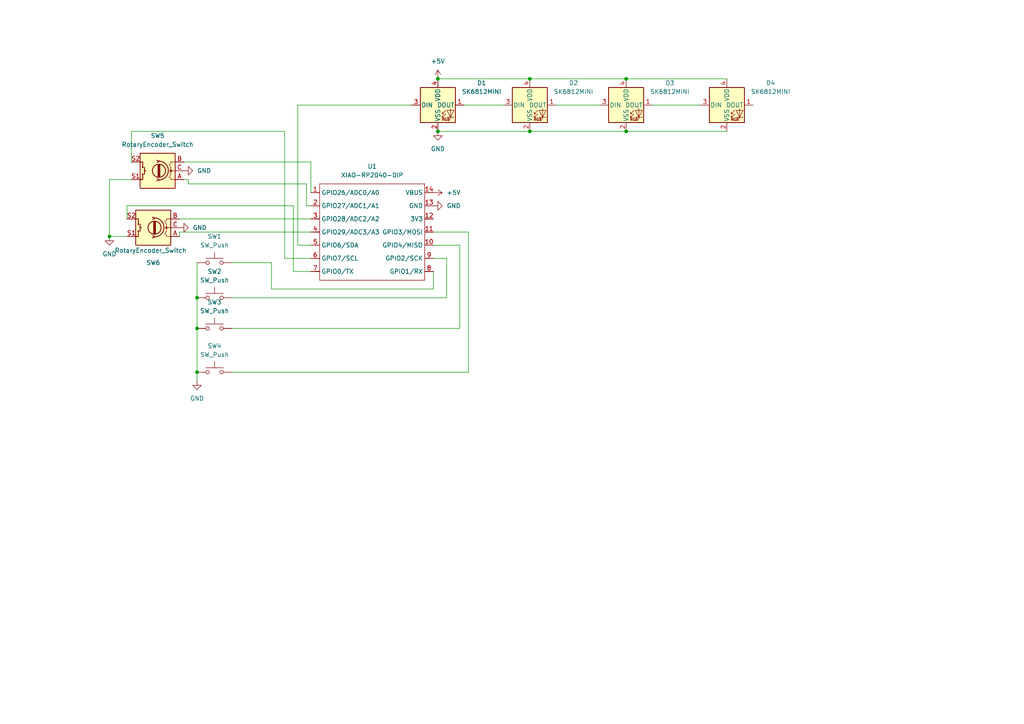
<source format=kicad_sch>
(kicad_sch (version 20250114) (generator "eeschema") (generator_version "9.0")
  (paper "A4")
  (lib_symbols
    (symbol "Device:RotaryEncoder_Switch" (pin_names (offset 0.254) (hide yes))
      (property "Reference" "SW" (at 0 6.604 0))
      (property "Value" "RotaryEncoder_Switch" (at 0 -6.604 0))
      (symbol "RotaryEncoder_Switch_0_1"
        (rectangle (start -5.08 5.08) (end 5.08 -5.08) (stroke (width 0.254)) (fill (type background)))
        (polyline (pts (xy -5.08 2.54) (xy -3.81 2.54) (xy -3.81 2.032)))
        (polyline (pts (xy -5.08 0) (xy -3.81 0) (xy -3.81 -1.016) (xy -3.302 -2.032)))
        (polyline (pts (xy -5.08 -2.54) (xy -3.81 -2.54) (xy -3.81 -2.032)))
        (polyline (pts (xy -4.318 0) (xy -3.81 0) (xy -3.81 1.016) (xy -3.302 2.032)))
        (circle (center -3.81 0) (radius 0.254) (fill (type outline)))
        (polyline (pts (xy -0.635 -1.778) (xy -0.635 1.778)) (stroke (width 0.254)))
        (circle (center -0.381 0) (radius 1.905) (stroke (width 0.254)))
        (polyline (pts (xy -0.381 -1.778) (xy -0.381 1.778)) (stroke (width 0.254)))
        (arc (start -0.381 -2.794) (mid -3.0988 -0.0635) (end -0.381 2.667) (stroke (width 0.254)))
        (polyline (pts (xy -0.127 1.778) (xy -0.127 -1.778)) (stroke (width 0.254)))
        (polyline (pts (xy 0.254 2.921) (xy -0.508 2.667) (xy 0.127 2.286)) (stroke (width 0.254)))
        (polyline (pts (xy 0.254 -3.048) (xy -0.508 -2.794) (xy 0.127 -2.413)) (stroke (width 0.254)))
        (polyline (pts (xy 3.81 1.016) (xy 3.81 -1.016)) (stroke (width 0.254)))
        (polyline (pts (xy 3.81 0) (xy 3.429 0)) (stroke (width 0.254)))
        (circle (center 4.318 1.016) (radius 0.127) (stroke (width 0.254)))
        (circle (center 4.318 -1.016) (radius 0.127) (stroke (width 0.254)))
        (polyline (pts (xy 5.08 2.54) (xy 4.318 2.54) (xy 4.318 1.016)) (stroke (width 0.254)))
        (polyline (pts (xy 5.08 -2.54) (xy 4.318 -2.54) (xy 4.318 -1.016)) (stroke (width 0.254)))
      )
      (symbol "RotaryEncoder_Switch_1_1"
        (pin passive line (at -7.62 2.54 0) (length 2.54) (name "A") (number "A"))
        (pin passive line (at -7.62 0 0) (length 2.54) (name "C") (number "C"))
        (pin passive line (at -7.62 -2.54 0) (length 2.54) (name "B") (number "B"))
        (pin passive line (at 7.62 2.54 180) (length 2.54) (name "S1") (number "S1"))
        (pin passive line (at 7.62 -2.54 180) (length 2.54) (name "S2") (number "S2"))
      )
    )
    (symbol "LED:SK6812MINI" (pin_names (offset 0.254))
      (property "Reference" "D" (at 5.08 5.715 0))
      (property "Value" "SK6812MINI" (at 1.27 -5.715 0))
      (symbol "SK6812MINI_0_0"
        (text "RGB" (at 2.286 -4.191 0) (effects (font (size 0.762 0.762))))
      )
      (symbol "SK6812MINI_0_1"
        (polyline (pts (xy 1.27 -2.54) (xy 1.778 -2.54)))
        (polyline (pts (xy 1.27 -3.556) (xy 1.778 -3.556)))
        (polyline (pts (xy 2.286 -1.524) (xy 1.27 -2.54) (xy 1.27 -2.032)))
        (polyline (pts (xy 2.286 -2.54) (xy 1.27 -3.556) (xy 1.27 -3.048)))
        (polyline (pts (xy 3.683 -1.016) (xy 3.683 -3.556) (xy 3.683 -4.064)))
        (polyline (pts (xy 4.699 -1.524) (xy 2.667 -1.524) (xy 3.683 -3.556) (xy 4.699 -1.524)))
        (polyline (pts (xy 4.699 -3.556) (xy 2.667 -3.556)))
        (rectangle (start 5.08 5.08) (end -5.08 -5.08) (stroke (width 0.254)) (fill (type background)))
      )
      (symbol "SK6812MINI_1_1"
        (pin input line (at -7.62 0 0) (length 2.54) (name "DIN") (number "3"))
        (pin power_in line (at 0 7.62 270) (length 2.54) (name "VDD") (number "4"))
        (pin power_in line (at 0 -7.62 90) (length 2.54) (name "VSS") (number "2"))
        (pin output line (at 7.62 0 180) (length 2.54) (name "DOUT") (number "1"))
      )
    )
    (symbol "Seeed_Studio_XIAO_Series:XIAO-RP2040-DIP"
      (property "Reference" "U" (at 0 0 0))
      (property "Value" "XIAO-RP2040-DIP" (at 5.334 -1.778 0))
      (symbol "XIAO-RP2040-DIP_1_0"
        (polyline (pts (xy -1.27 -2.54) (xy 29.21 -2.54)) (stroke (width 0.1524)))
        (polyline (pts (xy -1.27 -5.08) (xy -2.54 -5.08)) (stroke (width 0.1524)))
        (polyline (pts (xy -1.27 -5.08) (xy -1.27 -2.54)) (stroke (width 0.1524)))
        (polyline (pts (xy -1.27 -8.89) (xy -2.54 -8.89)) (stroke (width 0.1524)))
        (polyline (pts (xy -1.27 -8.89) (xy -1.27 -5.08)) (stroke (width 0.1524)))
        (polyline (pts (xy -1.27 -12.7) (xy -2.54 -12.7)) (stroke (width 0.1524)))
        (polyline (pts (xy -1.27 -12.7) (xy -1.27 -8.89)) (stroke (width 0.1524)))
        (polyline (pts (xy -1.27 -16.51) (xy -2.54 -16.51)) (stroke (width 0.1524)))
        (polyline (pts (xy -1.27 -16.51) (xy -1.27 -12.7)) (stroke (width 0.1524)))
        (polyline (pts (xy -1.27 -20.32) (xy -2.54 -20.32)) (stroke (width 0.1524)))
        (polyline (pts (xy -1.27 -24.13) (xy -2.54 -24.13)) (stroke (width 0.1524)))
        (polyline (pts (xy -1.27 -27.94) (xy -2.54 -27.94)) (stroke (width 0.1524)))
        (polyline (pts (xy -1.27 -30.48) (xy -1.27 -16.51)) (stroke (width 0.1524)))
        (polyline (pts (xy 29.21 -2.54) (xy 29.21 -5.08)) (stroke (width 0.1524)))
        (polyline (pts (xy 29.21 -5.08) (xy 29.21 -8.89)) (stroke (width 0.1524)))
        (polyline (pts (xy 29.21 -8.89) (xy 29.21 -12.7)) (stroke (width 0.1524)))
        (polyline (pts (xy 29.21 -12.7) (xy 29.21 -30.48)) (stroke (width 0.1524)))
        (polyline (pts (xy 29.21 -30.48) (xy -1.27 -30.48)) (stroke (width 0.1524)))
        (polyline (pts (xy 30.48 -5.08) (xy 29.21 -5.08)) (stroke (width 0.1524)))
        (polyline (pts (xy 30.48 -8.89) (xy 29.21 -8.89)) (stroke (width 0.1524)))
        (polyline (pts (xy 30.48 -12.7) (xy 29.21 -12.7)) (stroke (width 0.1524)))
        (polyline (pts (xy 30.48 -16.51) (xy 29.21 -16.51)) (stroke (width 0.1524)))
        (polyline (pts (xy 30.48 -20.32) (xy 29.21 -20.32)) (stroke (width 0.1524)))
        (polyline (pts (xy 30.48 -24.13) (xy 29.21 -24.13)) (stroke (width 0.1524)))
        (polyline (pts (xy 30.48 -27.94) (xy 29.21 -27.94)) (stroke (width 0.1524)))
        (pin passive line (at -3.81 -5.08 0) (length 2.54) (name "GPIO26/ADC0/A0") (number "1"))
        (pin passive line (at -3.81 -8.89 0) (length 2.54) (name "GPIO27/ADC1/A1") (number "2"))
        (pin passive line (at -3.81 -12.7 0) (length 2.54) (name "GPIO28/ADC2/A2") (number "3"))
        (pin passive line (at -3.81 -16.51 0) (length 2.54) (name "GPIO29/ADC3/A3") (number "4"))
        (pin passive line (at -3.81 -20.32 0) (length 2.54) (name "GPIO6/SDA") (number "5"))
        (pin passive line (at -3.81 -24.13 0) (length 2.54) (name "GPIO7/SCL") (number "6"))
        (pin passive line (at -3.81 -27.94 0) (length 2.54) (name "GPIO0/TX") (number "7"))
        (pin passive line (at 31.75 -5.08 180) (length 2.54) (name "VBUS") (number "14"))
        (pin passive line (at 31.75 -8.89 180) (length 2.54) (name "GND") (number "13"))
        (pin passive line (at 31.75 -12.7 180) (length 2.54) (name "3V3") (number "12"))
        (pin passive line (at 31.75 -16.51 180) (length 2.54) (name "GPIO3/MOSI") (number "11"))
        (pin passive line (at 31.75 -20.32 180) (length 2.54) (name "GPIO4/MISO") (number "10"))
        (pin passive line (at 31.75 -24.13 180) (length 2.54) (name "GPIO2/SCK") (number "9"))
        (pin passive line (at 31.75 -27.94 180) (length 2.54) (name "GPIO1/RX") (number "8"))
      )
    )
    (symbol "Switch:SW_Push" (pin_numbers (hide yes)) (pin_names (offset 1.016) (hide yes))
      (property "Reference" "SW" (at 1.27 2.54 0))
      (property "Value" "SW_Push" (at 0 -1.524 0))
      (symbol "SW_Push_0_1"
        (circle (center -2.032 0) (radius 0.508))
        (polyline (pts (xy 0 1.27) (xy 0 3.048)))
        (circle (center 2.032 0) (radius 0.508))
        (polyline (pts (xy 2.54 1.27) (xy -2.54 1.27)))
        (pin passive line (at -5.08 0 0) (length 2.54) (name "1") (number "1"))
        (pin passive line (at 5.08 0 180) (length 2.54) (name "2") (number "2"))
      )
    )
    (symbol "power:+5V" (power) (pin_numbers (hide yes)) (pin_names (offset 0) (hide yes))
      (property "Value" "+5V" (at 0 3.556 0))
      (symbol "+5V_0_1"
        (polyline (pts (xy -0.762 1.27) (xy 0 2.54)))
        (polyline (pts (xy 0 2.54) (xy 0.762 1.27)))
        (polyline (pts (xy 0 0) (xy 0 2.54)))
      )
      (symbol "+5V_1_1"
        (pin power_in line (at 0 0 90) (length 0) (name "~") (number "1"))
      )
    )
    (symbol "power:GND" (power) (pin_numbers (hide yes)) (pin_names (offset 0) (hide yes))
      (property "Value" "GND" (at 0 -3.81 0))
      (symbol "GND_0_1"
        (polyline (pts (xy 0 0) (xy 0 -1.27) (xy 1.27 -1.27) (xy 0 -2.54) (xy -1.27 -1.27) (xy 0 -1.27)))
      )
      (symbol "GND_1_1"
        (pin power_in line (at 0 0 270) (length 0) (name "~") (number "1"))
      )
    )
  )
  (junction (at 127 38.1))
  (junction (at 153.67 22.86))
  (junction (at 57.15 95.25))
  (junction (at 127 22.86))
  (junction (at 57.15 86.36))
  (junction (at 31.75 68.58))
  (junction (at 181.61 22.86))
  (junction (at 153.67 38.1))
  (junction (at 57.15 107.95))
  (junction (at 181.61 38.1))
  (wire (pts (xy 134.62 30.48) (xy 146.05 30.48)))
  (wire (pts (xy 57.15 76.2) (xy 57.15 86.36)))
  (wire (pts (xy 90.17 46.99) (xy 90.17 55.88)))
  (wire (pts (xy 129.54 74.93) (xy 129.54 86.36)))
  (wire (pts (xy 125.73 67.31) (xy 135.89 67.31)))
  (wire (pts (xy 54.61 52.07) (xy 53.34 52.07)))
  (wire (pts (xy 153.67 22.86) (xy 181.61 22.86)))
  (wire (pts (xy 36.83 63.5) (xy 36.83 59.69)))
  (wire (pts (xy 181.61 22.86) (xy 210.82 22.86)))
  (wire (pts (xy 57.15 86.36) (xy 57.15 95.25)))
  (wire (pts (xy 36.83 68.58) (xy 31.75 68.58)))
  (wire (pts (xy 86.36 30.48) (xy 86.36 71.12)))
  (wire (pts (xy 57.15 107.95) (xy 57.15 110.49)))
  (wire (pts (xy 54.61 52.07) (xy 54.61 53.34)))
  (wire (pts (xy 161.29 30.48) (xy 173.99 30.48)))
  (wire (pts (xy 31.75 68.58) (xy 31.75 52.07)))
  (wire (pts (xy 135.89 67.31) (xy 135.89 107.95)))
  (wire (pts (xy 53.34 46.99) (xy 90.17 46.99)))
  (wire (pts (xy 38.1 38.1) (xy 82.55 38.1)))
  (wire (pts (xy 31.75 52.07) (xy 38.1 52.07)))
  (wire (pts (xy 189.23 30.48) (xy 203.2 30.48)))
  (wire (pts (xy 125.73 83.82) (xy 78.74 83.82)))
  (wire (pts (xy 82.55 74.93) (xy 90.17 74.93)))
  (wire (pts (xy 133.35 71.12) (xy 133.35 95.25)))
  (wire (pts (xy 135.89 107.95) (xy 67.31 107.95)))
  (wire (pts (xy 52.07 63.5) (xy 90.17 63.5)))
  (wire (pts (xy 125.73 71.12) (xy 133.35 71.12)))
  (wire (pts (xy 88.9 59.69) (xy 90.17 59.69)))
  (wire (pts (xy 88.9 53.34) (xy 88.9 59.69)))
  (wire (pts (xy 85.09 59.69) (xy 85.09 78.74)))
  (wire (pts (xy 36.83 59.69) (xy 85.09 59.69)))
  (wire (pts (xy 90.17 67.31) (xy 52.07 67.31)))
  (wire (pts (xy 133.35 95.25) (xy 67.31 95.25)))
  (wire (pts (xy 52.07 67.31) (xy 52.07 68.58)))
  (wire (pts (xy 78.74 76.2) (xy 67.31 76.2)))
  (wire (pts (xy 85.09 78.74) (xy 90.17 78.74)))
  (wire (pts (xy 82.55 38.1) (xy 82.55 74.93)))
  (wire (pts (xy 127 22.86) (xy 153.67 22.86)))
  (wire (pts (xy 54.61 53.34) (xy 88.9 53.34)))
  (wire (pts (xy 38.1 46.99) (xy 38.1 38.1)))
  (wire (pts (xy 127 38.1) (xy 153.67 38.1)))
  (wire (pts (xy 86.36 71.12) (xy 90.17 71.12)))
  (wire (pts (xy 153.67 38.1) (xy 181.61 38.1)))
  (wire (pts (xy 57.15 95.25) (xy 57.15 107.95)))
  (wire (pts (xy 129.54 86.36) (xy 67.31 86.36)))
  (wire (pts (xy 78.74 83.82) (xy 78.74 76.2)))
  (wire (pts (xy 125.73 78.74) (xy 125.73 83.82)))
  (wire (pts (xy 125.73 74.93) (xy 129.54 74.93)))
  (wire (pts (xy 181.61 38.1) (xy 210.82 38.1)))
  (wire (pts (xy 119.38 30.48) (xy 86.36 30.48)))
  (symbol (lib_id "power:+5V") (at 125.73 55.88 270) (unit 1)
    (property "Reference" "#PWR09" (effects (hide yes)))
    (property "Value" "+5V" (at 129.54 55.8799 90) (effects (justify left)))
    (property "Description" "Power symbol creates a global label with name \"+5V\"" (effects (hide yes)))
  )
  (symbol (lib_id "power:+5V") (at 127 22.86 0) (unit 1)
    (property "Reference" "#PWR02" (effects (hide yes)))
    (property "Value" "+5V" (at 127 17.78 0))
    (property "Description" "Power symbol creates a global label with name \"+5V\"" (effects (hide yes)))
  )
  (symbol (lib_id "power:GND") (at 57.15 110.49 0) (unit 1)
    (property "Reference" "#PWR03" (effects (hide yes)))
    (property "Value" "GND" (at 57.15 115.57 0))
    (property "Description" "Power symbol creates a global label with name \"GND\" , ground" (effects (hide yes)))
  )
  (symbol (lib_id "Switch:SW_Push") (at 62.23 107.95 0) (unit 1)
    (property "Reference" "SW4" (at 62.23 100.33 0))
    (property "Value" "SW_Push" (at 62.23 102.87 0))
    (property "Footprint" "Button_Switch_Keyboard:SW_Cherry_MX_1.00u_PCB" (effects (hide yes)))
    (property "Description" "Push button switch, generic, two pins" (effects (hide yes)))
  )
  (symbol (lib_id "power:GND") (at 52.07 66.04 90) (unit 1)
    (property "Reference" "#PWR06" (effects (hide yes)))
    (property "Value" "GND" (at 55.88 66.0399 90) (effects (justify right)))
    (property "Description" "Power symbol creates a global label with name \"GND\" , ground" (effects (hide yes)))
  )
  (symbol (lib_id "Device:RotaryEncoder_Switch") (at 44.45 66.04 180) (unit 1)
    (property "Reference" "SW6" (at 44.45 76.2 0))
    (property "Value" "RotaryEncoder_Switch" (at 43.688 72.644 0))
    (property "Footprint" "Rotary_Encoder:RotaryEncoder_Alps_EC11E-Switch_Vertical_H20mm" (effects (hide yes)))
    (property "Description" "Rotary encoder, dual channel, incremental quadrate outputs, with switch" (effects (hide yes)))
  )
  (symbol (lib_id "power:GND") (at 53.34 49.53 90) (unit 1)
    (property "Reference" "#PWR07" (effects (hide yes)))
    (property "Value" "GND" (at 57.15 49.5299 90) (effects (justify right)))
    (property "Description" "Power symbol creates a global label with name \"GND\" , ground" (effects (hide yes)))
  )
  (symbol (lib_id "Switch:SW_Push") (at 62.23 95.25 0) (unit 1)
    (property "Reference" "SW3" (at 62.23 87.63 0))
    (property "Value" "SW_Push" (at 62.23 90.17 0))
    (property "Footprint" "Button_Switch_Keyboard:SW_Cherry_MX_1.00u_PCB" (effects (hide yes)))
    (property "Description" "Push button switch, generic, two pins" (effects (hide yes)))
  )
  (symbol (lib_id "LED:SK6812MINI") (at 127 30.48 0) (unit 1)
    (property "Reference" "D1" (at 139.7 24.0598 0))
    (property "Value" "SK6812MINI" (at 139.7 26.5998 0))
    (property "Footprint" "LED_SMD:LED_SK6812MINI_PLCC4_3.5x3.5mm_P1.75mm" (effects (hide yes)))
    (property "Datasheet" "https://cdn-shop.adafruit.com/product-files/2686/SK6812MINI_REV.01-1-2.pdf" (effects (hide yes)))
    (property "Description" "RGB LED with integrated controller" (effects (hide yes)))
  )
  (symbol (lib_id "power:GND") (at 125.73 59.69 90) (unit 1)
    (property "Reference" "#PWR08" (effects (hide yes)))
    (property "Value" "GND" (at 129.54 59.6899 90) (effects (justify right)))
    (property "Description" "Power symbol creates a global label with name \"GND\" , ground" (effects (hide yes)))
  )
  (symbol (lib_id "Seeed_Studio_XIAO_Series:XIAO-RP2040-DIP") (at 93.98 50.8 0) (unit 1)
    (property "Reference" "U1" (at 107.95 48.26 0))
    (property "Value" "XIAO-RP2040-DIP" (at 107.95 50.8 0))
    (property "Footprint" "OPL:XIAO-RP2040-SMD" (effects (hide yes)))
  )
  (symbol (lib_id "LED:SK6812MINI") (at 210.82 30.48 0) (unit 1)
    (property "Reference" "D4" (at 223.52 24.0598 0))
    (property "Value" "SK6812MINI" (at 223.52 26.5998 0))
    (property "Footprint" "LED_SMD:LED_SK6812MINI_PLCC4_3.5x3.5mm_P1.75mm" (effects (hide yes)))
    (property "Datasheet" "https://cdn-shop.adafruit.com/product-files/2686/SK6812MINI_REV.01-1-2.pdf" (effects (hide yes)))
    (property "Description" "RGB LED with integrated controller" (effects (hide yes)))
  )
  (symbol (lib_id "power:GND") (at 127 38.1 0) (unit 1)
    (property "Reference" "#PWR04" (effects (hide yes)))
    (property "Value" "GND" (at 127 43.18 0))
    (property "Description" "Power symbol creates a global label with name \"GND\" , ground" (effects (hide yes)))
  )
  (symbol (lib_id "LED:SK6812MINI") (at 153.67 30.48 0) (unit 1)
    (property "Reference" "D2" (at 166.37 24.0598 0))
    (property "Value" "SK6812MINI" (at 166.37 26.5998 0))
    (property "Footprint" "LED_SMD:LED_SK6812MINI_PLCC4_3.5x3.5mm_P1.75mm" (effects (hide yes)))
    (property "Datasheet" "https://cdn-shop.adafruit.com/product-files/2686/SK6812MINI_REV.01-1-2.pdf" (effects (hide yes)))
    (property "Description" "RGB LED with integrated controller" (effects (hide yes)))
  )
  (symbol (lib_id "power:GND") (at 31.75 68.58 0) (unit 1)
    (property "Reference" "#PWR05" (effects (hide yes)))
    (property "Value" "GND" (at 31.75 73.66 0))
    (property "Description" "Power symbol creates a global label with name \"GND\" , ground" (effects (hide yes)))
  )
  (symbol (lib_id "Switch:SW_Push") (at 62.23 76.2 0) (unit 1)
    (property "Reference" "SW1" (at 62.23 68.58 0))
    (property "Value" "SW_Push" (at 62.23 71.12 0))
    (property "Footprint" "Button_Switch_Keyboard:SW_Cherry_MX_1.00u_PCB" (effects (hide yes)))
    (property "Description" "Push button switch, generic, two pins" (effects (hide yes)))
  )
  (symbol (lib_id "Device:RotaryEncoder_Switch") (at 45.72 49.53 180) (unit 1)
    (property "Reference" "SW5" (at 45.72 39.37 0))
    (property "Value" "RotaryEncoder_Switch" (at 45.72 41.91 0))
    (property "Footprint" "Rotary_Encoder:RotaryEncoder_Alps_EC11E-Switch_Vertical_H20mm" (effects (hide yes)))
    (property "Description" "Rotary encoder, dual channel, incremental quadrate outputs, with switch" (effects (hide yes)))
  )
  (symbol (lib_id "Switch:SW_Push") (at 62.23 86.36 0) (unit 1)
    (property "Reference" "SW2" (at 62.23 78.74 0))
    (property "Value" "SW_Push" (at 62.23 81.28 0))
    (property "Footprint" "Button_Switch_Keyboard:SW_Cherry_MX_1.00u_PCB" (effects (hide yes)))
    (property "Description" "Push button switch, generic, two pins" (effects (hide yes)))
  )
  (symbol (lib_id "LED:SK6812MINI") (at 181.61 30.48 0) (unit 1)
    (property "Reference" "D3" (at 194.31 24.0598 0))
    (property "Value" "SK6812MINI" (at 194.31 26.5998 0))
    (property "Footprint" "LED_SMD:LED_SK6812MINI_PLCC4_3.5x3.5mm_P1.75mm" (effects (hide yes)))
    (property "Datasheet" "https://cdn-shop.adafruit.com/product-files/2686/SK6812MINI_REV.01-1-2.pdf" (effects (hide yes)))
    (property "Description" "RGB LED with integrated controller" (effects (hide yes)))
  )
)
</source>
